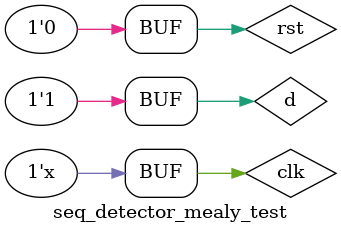
<source format=v>
`timescale 1ns / 1ps


module seq_detector_mealy_test;

	// Inputs
	reg d,rst;
	reg clk;

	// Outputs
	wire out;
	
	always #10 clk=~clk;
	
	// Instantiate the Unit Under Test (UUT)
	seq_detector_mealy uut (
		.d(d), 
		.clk(clk), 
		.rst(rst),
		.out(out)
	);

	initial begin
		clk = 0;
		rst=0;
		d = 0;
		#15;
		d=1;
		#20;
		d=1;
		#20;
		d=1;
		#20;
		d=0;
		#20;
		d=1;
		#20;
		d=0;
		#20;
		d=1;
		rst=1;
		#20;
		rst=0;
		#20;
		d=1;
		#20;
		d=1;
		#20;
		d=0;
		#20;
		d=1;
		#20;
		d=0;
		#20;
		d=1;
		#20;
		d=0;
		#20;
		d=1;
		#20;
		d=0;
		#20;
		d=1;
		#20;
		d=0;
		#20;
		d=1;
		#20;

		
	end
      
endmodule


</source>
